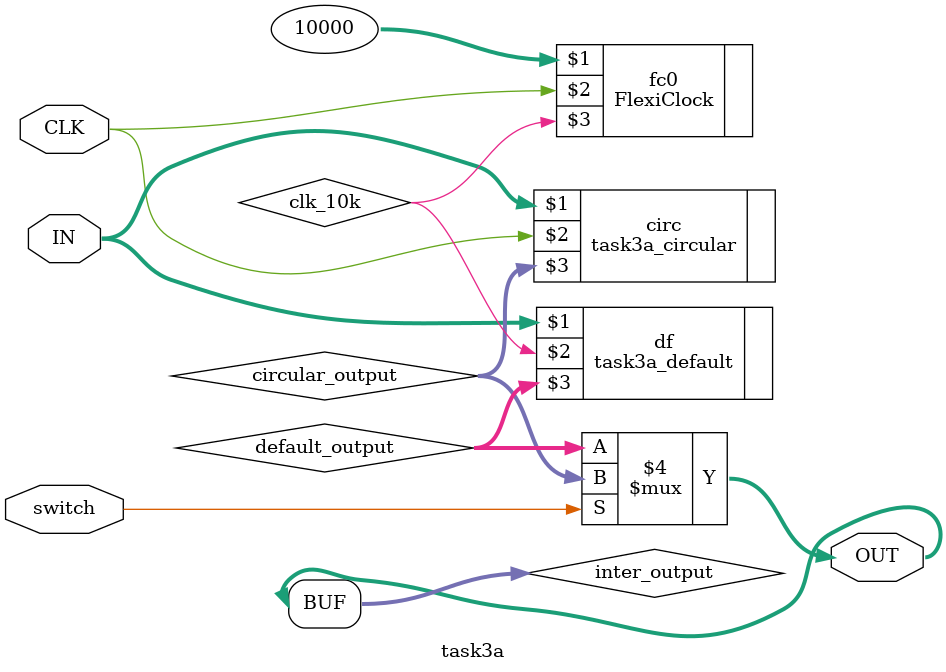
<source format=v>
`timescale 1ns / 1ps


module task3a(
    input [11:0] IN,
    input CLK,
    input switch,
    output [11:0] OUT
    );
    
    wire [11:0] default_output;
    wire [11:0] circular_output;
    
    wire clk_10k;
    FlexiClock fc0 (10000, CLK, clk_10k);
    
    task3a_default df (IN, clk_10k, default_output);
    task3a_circular circ (IN, CLK, circular_output);
    
    reg [11:0] inter_output;
    always @(switch) begin
        if (switch) begin
            inter_output <= circular_output;
        end else begin
            inter_output <= default_output;
        end
    end
    
    assign OUT = inter_output;
    
    
        
endmodule

</source>
